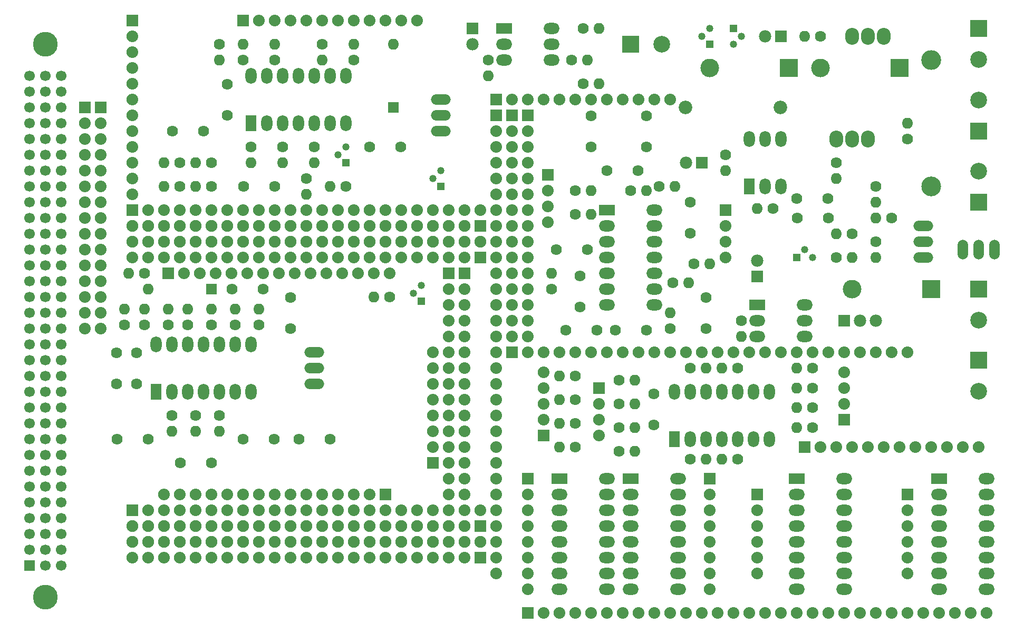
<source format=gbs>
G04 #@! TF.FileFunction,Soldermask,Bot*
%FSLAX46Y46*%
G04 Gerber Fmt 4.6, Leading zero omitted, Abs format (unit mm)*
G04 Created by KiCad (PCBNEW 4.0.6-e0-6349~53~ubuntu14.04.1) date Wed May 31 15:55:15 2017*
%MOMM*%
%LPD*%
G01*
G04 APERTURE LIST*
%ADD10C,0.100000*%
%ADD11C,1.780000*%
%ADD12O,1.780000X1.780000*%
%ADD13R,2.580000X1.780000*%
%ADD14O,2.580000X1.780000*%
%ADD15R,1.780000X2.580000*%
%ADD16O,1.780000X2.580000*%
%ADD17R,1.880000X1.880000*%
%ADD18O,1.880000X1.880000*%
%ADD19C,3.990000*%
%ADD20C,1.700000*%
%ADD21R,1.700000X1.700000*%
%ADD22R,1.907200X1.907200*%
%ADD23O,1.907200X1.907200*%
%ADD24R,2.980000X2.980000*%
%ADD25O,2.980000X2.980000*%
%ADD26C,1.180000*%
%ADD27R,1.180000X1.180000*%
%ADD28O,2.212000X2.720000*%
%ADD29R,1.980000X1.980000*%
%ADD30O,1.980000X1.980000*%
%ADD31C,3.180000*%
%ADD32O,3.180000X3.180000*%
%ADD33R,2.680000X2.680000*%
%ADD34C,2.680000*%
%ADD35O,3.190000X1.690000*%
%ADD36O,1.690000X3.190000*%
%ADD37C,2.178980*%
%ADD38R,1.780000X1.780000*%
%ADD39C,1.980000*%
G04 APERTURE END LIST*
D10*
D11*
X125095000Y-101600000D03*
D12*
X127635000Y-101600000D03*
D11*
X119253000Y-110744000D03*
X119253000Y-105744000D03*
X105156000Y-95504000D03*
X110156000Y-95504000D03*
D13*
X111760000Y-76200000D03*
D14*
X119380000Y-91440000D03*
X111760000Y-78740000D03*
X119380000Y-88900000D03*
X111760000Y-81280000D03*
X119380000Y-86360000D03*
X111760000Y-83820000D03*
X119380000Y-83820000D03*
X111760000Y-86360000D03*
X119380000Y-81280000D03*
X111760000Y-88900000D03*
X119380000Y-78740000D03*
X111760000Y-91440000D03*
X119380000Y-76200000D03*
D11*
X109220000Y-66040000D03*
X109220000Y-61040000D03*
X120142000Y-72390000D03*
D12*
X122682000Y-72390000D03*
D15*
X54610000Y-62230000D03*
D16*
X69850000Y-54610000D03*
X57150000Y-62230000D03*
X67310000Y-54610000D03*
X59690000Y-62230000D03*
X64770000Y-54610000D03*
X62230000Y-62230000D03*
X62230000Y-54610000D03*
X64770000Y-62230000D03*
X59690000Y-54610000D03*
X67310000Y-62230000D03*
X57150000Y-54610000D03*
X69850000Y-62230000D03*
X54610000Y-54610000D03*
D17*
X76200000Y-121920000D03*
D18*
X73660000Y-121920000D03*
X71120000Y-121920000D03*
X68580000Y-121920000D03*
X66040000Y-121920000D03*
X63500000Y-121920000D03*
X60960000Y-121920000D03*
X58420000Y-121920000D03*
X55880000Y-121920000D03*
X53340000Y-121920000D03*
X50800000Y-121920000D03*
X48260000Y-121920000D03*
X45720000Y-121920000D03*
X43180000Y-121920000D03*
X40640000Y-121920000D03*
D17*
X96520000Y-99060000D03*
D18*
X99060000Y-99060000D03*
X101600000Y-99060000D03*
X104140000Y-99060000D03*
X106680000Y-99060000D03*
X109220000Y-99060000D03*
X111760000Y-99060000D03*
X114300000Y-99060000D03*
X116840000Y-99060000D03*
X119380000Y-99060000D03*
X121920000Y-99060000D03*
X124460000Y-99060000D03*
X127000000Y-99060000D03*
X129540000Y-99060000D03*
X132080000Y-99060000D03*
X134620000Y-99060000D03*
X137160000Y-99060000D03*
X139700000Y-99060000D03*
X142240000Y-99060000D03*
X144780000Y-99060000D03*
X147320000Y-99060000D03*
X149860000Y-99060000D03*
X152400000Y-99060000D03*
X154940000Y-99060000D03*
X157480000Y-99060000D03*
X160020000Y-99060000D03*
D17*
X83820000Y-116840000D03*
D18*
X83820000Y-114300000D03*
X83820000Y-111760000D03*
X83820000Y-109220000D03*
X83820000Y-106680000D03*
X83820000Y-104140000D03*
X83820000Y-101600000D03*
X83820000Y-99060000D03*
D19*
X21590000Y-138430000D03*
X21590000Y-49530000D03*
D20*
X19050000Y-128270000D03*
X19050000Y-125730000D03*
X19050000Y-123190000D03*
X19050000Y-120650000D03*
X19050000Y-118110000D03*
X19050000Y-115570000D03*
X19050000Y-113030000D03*
X19050000Y-110490000D03*
X19050000Y-107950000D03*
X19050000Y-105410000D03*
X19050000Y-102870000D03*
X19050000Y-100330000D03*
X19050000Y-97790000D03*
X19050000Y-95250000D03*
X19050000Y-92710000D03*
X19050000Y-90170000D03*
X19050000Y-87630000D03*
X19050000Y-85090000D03*
X19050000Y-82550000D03*
X19050000Y-80010000D03*
X19050000Y-77470000D03*
X19050000Y-74930000D03*
X19050000Y-72390000D03*
X19050000Y-69850000D03*
X19050000Y-67310000D03*
X19050000Y-64770000D03*
X19050000Y-62230000D03*
X19050000Y-59690000D03*
X19050000Y-57150000D03*
X19050000Y-54610000D03*
X19050000Y-130810000D03*
D21*
X19050000Y-133350000D03*
D20*
X21590000Y-133350000D03*
X21590000Y-130810000D03*
X21590000Y-128270000D03*
X21590000Y-125730000D03*
X21590000Y-123190000D03*
X21590000Y-120650000D03*
X21590000Y-118110000D03*
X21590000Y-115570000D03*
X21590000Y-113030000D03*
X21590000Y-110490000D03*
X21590000Y-107950000D03*
X21590000Y-105410000D03*
X21590000Y-102870000D03*
X21590000Y-100330000D03*
X21590000Y-97790000D03*
X21590000Y-95250000D03*
X21590000Y-92710000D03*
X21590000Y-90170000D03*
X21590000Y-87630000D03*
X21590000Y-85090000D03*
X21590000Y-82550000D03*
X21590000Y-80010000D03*
X21590000Y-77470000D03*
X21590000Y-74930000D03*
X21590000Y-72390000D03*
X21590000Y-69850000D03*
X21590000Y-67310000D03*
X21590000Y-64770000D03*
X21590000Y-62230000D03*
X21590000Y-59690000D03*
X21590000Y-57150000D03*
X21590000Y-54610000D03*
X24130000Y-133350000D03*
X24130000Y-130810000D03*
X24130000Y-128270000D03*
X24130000Y-125730000D03*
X24130000Y-123190000D03*
X24130000Y-120650000D03*
X24130000Y-118110000D03*
X24130000Y-115570000D03*
X24130000Y-113030000D03*
X24130000Y-110490000D03*
X24130000Y-107950000D03*
X24130000Y-105410000D03*
X24130000Y-102870000D03*
X24130000Y-100330000D03*
X24130000Y-97790000D03*
X24130000Y-95250000D03*
X24130000Y-92710000D03*
X24130000Y-90170000D03*
X24130000Y-87630000D03*
X24130000Y-85090000D03*
X24130000Y-82550000D03*
X24130000Y-80010000D03*
X24130000Y-77470000D03*
X24130000Y-74930000D03*
X24130000Y-72390000D03*
X24130000Y-69850000D03*
X24130000Y-67310000D03*
X24130000Y-64770000D03*
X24130000Y-62230000D03*
X24130000Y-59690000D03*
X24130000Y-57150000D03*
X24130000Y-54610000D03*
D22*
X91440000Y-127000000D03*
D23*
X91440000Y-129540000D03*
X88900000Y-127000000D03*
X88900000Y-129540000D03*
X86360000Y-127000000D03*
X86360000Y-129540000D03*
X83820000Y-127000000D03*
X83820000Y-129540000D03*
X81280000Y-127000000D03*
X81280000Y-129540000D03*
X78740000Y-127000000D03*
X78740000Y-129540000D03*
X76200000Y-127000000D03*
X76200000Y-129540000D03*
X73660000Y-127000000D03*
X73660000Y-129540000D03*
X71120000Y-127000000D03*
X71120000Y-129540000D03*
X68580000Y-127000000D03*
X68580000Y-129540000D03*
X66040000Y-127000000D03*
X66040000Y-129540000D03*
X63500000Y-127000000D03*
X63500000Y-129540000D03*
X60960000Y-127000000D03*
X60960000Y-129540000D03*
X58420000Y-127000000D03*
X58420000Y-129540000D03*
X55880000Y-127000000D03*
X55880000Y-129540000D03*
X53340000Y-127000000D03*
X53340000Y-129540000D03*
X50800000Y-127000000D03*
X50800000Y-129540000D03*
X48260000Y-127000000D03*
X48260000Y-129540000D03*
X45720000Y-127000000D03*
X45720000Y-129540000D03*
X43180000Y-127000000D03*
X43180000Y-129540000D03*
X40640000Y-127000000D03*
X40640000Y-129540000D03*
X38100000Y-127000000D03*
X38100000Y-129540000D03*
X35560000Y-127000000D03*
X35560000Y-129540000D03*
D22*
X91440000Y-78740000D03*
D23*
X91440000Y-81280000D03*
X88900000Y-78740000D03*
X88900000Y-81280000D03*
X86360000Y-78740000D03*
X86360000Y-81280000D03*
X83820000Y-78740000D03*
X83820000Y-81280000D03*
X81280000Y-78740000D03*
X81280000Y-81280000D03*
X78740000Y-78740000D03*
X78740000Y-81280000D03*
X76200000Y-78740000D03*
X76200000Y-81280000D03*
X73660000Y-78740000D03*
X73660000Y-81280000D03*
X71120000Y-78740000D03*
X71120000Y-81280000D03*
X68580000Y-78740000D03*
X68580000Y-81280000D03*
X66040000Y-78740000D03*
X66040000Y-81280000D03*
X63500000Y-78740000D03*
X63500000Y-81280000D03*
X60960000Y-78740000D03*
X60960000Y-81280000D03*
X58420000Y-78740000D03*
X58420000Y-81280000D03*
X55880000Y-78740000D03*
X55880000Y-81280000D03*
X53340000Y-78740000D03*
X53340000Y-81280000D03*
X50800000Y-78740000D03*
X50800000Y-81280000D03*
X48260000Y-78740000D03*
X48260000Y-81280000D03*
X45720000Y-78740000D03*
X45720000Y-81280000D03*
X43180000Y-78740000D03*
X43180000Y-81280000D03*
X40640000Y-78740000D03*
X40640000Y-81280000D03*
X38100000Y-78740000D03*
X38100000Y-81280000D03*
X35560000Y-78740000D03*
X35560000Y-81280000D03*
D24*
X158750000Y-53340000D03*
D25*
X146050000Y-53340000D03*
D24*
X140970000Y-53340000D03*
D25*
X128270000Y-53340000D03*
D24*
X163830000Y-88900000D03*
D25*
X151130000Y-88900000D03*
D26*
X133350000Y-48260000D03*
X132080000Y-49530000D03*
D27*
X132080000Y-46990000D03*
D26*
X127000000Y-48260000D03*
X128270000Y-46990000D03*
D27*
X128270000Y-49530000D03*
D28*
X151130000Y-64770000D03*
X153670000Y-64770000D03*
X148590000Y-64770000D03*
X153670000Y-48260000D03*
X156210000Y-48260000D03*
X151130000Y-48260000D03*
D26*
X143510000Y-82550000D03*
X144780000Y-83820000D03*
D27*
X142240000Y-83820000D03*
D29*
X149860000Y-93980000D03*
D30*
X152400000Y-93980000D03*
X154940000Y-93980000D03*
D26*
X83820000Y-71120000D03*
X85090000Y-69850000D03*
D27*
X85090000Y-72390000D03*
D26*
X68580000Y-67310000D03*
X69850000Y-66040000D03*
D27*
X69850000Y-68580000D03*
D26*
X80645000Y-89535000D03*
X81915000Y-88265000D03*
D27*
X81915000Y-90805000D03*
D31*
X163830000Y-72390000D03*
D32*
X163830000Y-52090000D03*
D29*
X139700000Y-48260000D03*
D30*
X137160000Y-48260000D03*
D33*
X171450000Y-88900000D03*
D34*
X171450000Y-93900000D03*
D33*
X171450000Y-63500000D03*
D34*
X171450000Y-58500000D03*
D33*
X171450000Y-74930000D03*
D34*
X171450000Y-69930000D03*
D35*
X162560000Y-78740000D03*
X162560000Y-81280000D03*
X162560000Y-83820000D03*
D36*
X173990000Y-82550000D03*
X171450000Y-82550000D03*
X168910000Y-82550000D03*
D37*
X139580620Y-59690000D03*
X124340620Y-59690000D03*
D11*
X67310000Y-113030000D03*
X62310000Y-113030000D03*
X58420000Y-72390000D03*
X53420000Y-72390000D03*
X73660000Y-66040000D03*
X78660000Y-66040000D03*
X46990000Y-63500000D03*
X41990000Y-63500000D03*
X38100000Y-113030000D03*
X33100000Y-113030000D03*
X48260000Y-116840000D03*
X43260000Y-116840000D03*
X53340000Y-113030000D03*
X58340000Y-113030000D03*
X60960000Y-95250000D03*
X60960000Y-90250000D03*
D33*
X171450000Y-46990000D03*
D34*
X171450000Y-51990000D03*
D33*
X171450000Y-100330000D03*
D34*
X171450000Y-105330000D03*
D11*
X56515000Y-88900000D03*
X51515000Y-88900000D03*
X147320000Y-77470000D03*
X142320000Y-77470000D03*
X36195000Y-104140000D03*
X36195000Y-99140000D03*
X50800000Y-60960000D03*
X50800000Y-55960000D03*
D35*
X85090000Y-63500000D03*
X85090000Y-60960000D03*
X85090000Y-58420000D03*
X64770000Y-104140000D03*
X64770000Y-101600000D03*
X64770000Y-99060000D03*
D17*
X35560000Y-76200000D03*
D18*
X38100000Y-76200000D03*
X40640000Y-76200000D03*
X43180000Y-76200000D03*
X45720000Y-76200000D03*
X48260000Y-76200000D03*
X50800000Y-76200000D03*
X53340000Y-76200000D03*
X55880000Y-76200000D03*
X58420000Y-76200000D03*
X60960000Y-76200000D03*
X63500000Y-76200000D03*
X66040000Y-76200000D03*
X68580000Y-76200000D03*
X71120000Y-76200000D03*
X73660000Y-76200000D03*
X76200000Y-76200000D03*
X78740000Y-76200000D03*
X81280000Y-76200000D03*
X83820000Y-76200000D03*
X86360000Y-76200000D03*
X88900000Y-76200000D03*
X91440000Y-76200000D03*
D17*
X91440000Y-83820000D03*
D18*
X88900000Y-83820000D03*
X86360000Y-83820000D03*
X83820000Y-83820000D03*
X81280000Y-83820000D03*
X78740000Y-83820000D03*
X76200000Y-83820000D03*
X73660000Y-83820000D03*
X71120000Y-83820000D03*
X68580000Y-83820000D03*
X66040000Y-83820000D03*
X63500000Y-83820000D03*
X60960000Y-83820000D03*
X58420000Y-83820000D03*
X55880000Y-83820000D03*
X53340000Y-83820000D03*
X50800000Y-83820000D03*
X48260000Y-83820000D03*
X45720000Y-83820000D03*
X43180000Y-83820000D03*
X40640000Y-83820000D03*
X38100000Y-83820000D03*
X35560000Y-83820000D03*
D17*
X35560000Y-124460000D03*
D18*
X38100000Y-124460000D03*
X40640000Y-124460000D03*
X43180000Y-124460000D03*
X45720000Y-124460000D03*
X48260000Y-124460000D03*
X50800000Y-124460000D03*
X53340000Y-124460000D03*
X55880000Y-124460000D03*
X58420000Y-124460000D03*
X60960000Y-124460000D03*
X63500000Y-124460000D03*
X66040000Y-124460000D03*
X68580000Y-124460000D03*
X71120000Y-124460000D03*
X73660000Y-124460000D03*
X76200000Y-124460000D03*
X78740000Y-124460000D03*
X81280000Y-124460000D03*
X83820000Y-124460000D03*
X86360000Y-124460000D03*
X88900000Y-124460000D03*
X91440000Y-124460000D03*
D17*
X91440000Y-132080000D03*
D18*
X88900000Y-132080000D03*
X86360000Y-132080000D03*
X83820000Y-132080000D03*
X81280000Y-132080000D03*
X78740000Y-132080000D03*
X76200000Y-132080000D03*
X73660000Y-132080000D03*
X71120000Y-132080000D03*
X68580000Y-132080000D03*
X66040000Y-132080000D03*
X63500000Y-132080000D03*
X60960000Y-132080000D03*
X58420000Y-132080000D03*
X55880000Y-132080000D03*
X53340000Y-132080000D03*
X50800000Y-132080000D03*
X48260000Y-132080000D03*
X45720000Y-132080000D03*
X43180000Y-132080000D03*
X40640000Y-132080000D03*
X38100000Y-132080000D03*
X35560000Y-132080000D03*
D11*
X33020000Y-104140000D03*
X33020000Y-99140000D03*
D38*
X77470000Y-59690000D03*
D12*
X77470000Y-49530000D03*
D38*
X48260000Y-88900000D03*
D12*
X38100000Y-88900000D03*
D11*
X157480000Y-77470000D03*
D12*
X154940000Y-77470000D03*
D11*
X154940000Y-72390000D03*
D12*
X154940000Y-74930000D03*
D11*
X58420000Y-52070000D03*
D12*
X58420000Y-49530000D03*
D11*
X107950000Y-55880000D03*
D12*
X110490000Y-55880000D03*
D11*
X160020000Y-64770000D03*
D12*
X160020000Y-62230000D03*
D11*
X53340000Y-52070000D03*
D12*
X53340000Y-49530000D03*
D11*
X154940000Y-81280000D03*
D12*
X154940000Y-83820000D03*
D11*
X106045000Y-52070000D03*
D12*
X108585000Y-52070000D03*
D11*
X146050000Y-48260000D03*
D12*
X143510000Y-48260000D03*
D11*
X148590000Y-68580000D03*
D12*
X148590000Y-71120000D03*
D11*
X69850000Y-72390000D03*
D12*
X67310000Y-72390000D03*
D11*
X92710000Y-52070000D03*
D12*
X92710000Y-54610000D03*
D11*
X107950000Y-46990000D03*
D12*
X110490000Y-46990000D03*
D11*
X63500000Y-71120000D03*
D12*
X63500000Y-73660000D03*
D11*
X138430000Y-75946000D03*
D12*
X135890000Y-75946000D03*
D11*
X130810000Y-67310000D03*
D12*
X130810000Y-69850000D03*
D11*
X76835000Y-90170000D03*
D12*
X74295000Y-90170000D03*
D11*
X133350000Y-93980000D03*
D12*
X133350000Y-96520000D03*
D11*
X148590000Y-83820000D03*
D12*
X151130000Y-83820000D03*
D11*
X37465000Y-86360000D03*
D12*
X34925000Y-86360000D03*
D11*
X34290000Y-94615000D03*
D12*
X34290000Y-92075000D03*
D11*
X49530000Y-49530000D03*
D12*
X49530000Y-52070000D03*
D11*
X59690000Y-66040000D03*
D12*
X59690000Y-68580000D03*
D11*
X54610000Y-66040000D03*
D12*
X54610000Y-68580000D03*
D11*
X64770000Y-66040000D03*
D12*
X64770000Y-68580000D03*
D11*
X43180000Y-72390000D03*
D12*
X40640000Y-72390000D03*
D11*
X43180000Y-68580000D03*
D12*
X40640000Y-68580000D03*
D11*
X66040000Y-49530000D03*
D12*
X66040000Y-52070000D03*
D11*
X71120000Y-52070000D03*
D12*
X71120000Y-49530000D03*
D11*
X48260000Y-68580000D03*
D12*
X45720000Y-68580000D03*
D11*
X48260000Y-72390000D03*
D12*
X45720000Y-72390000D03*
D11*
X151130000Y-80010000D03*
D12*
X148590000Y-80010000D03*
D11*
X45720000Y-109220000D03*
D12*
X45720000Y-111760000D03*
D11*
X41910000Y-109220000D03*
D12*
X41910000Y-111760000D03*
D11*
X49530000Y-109220000D03*
D12*
X49530000Y-111760000D03*
D11*
X48260000Y-94615000D03*
D12*
X48260000Y-92075000D03*
D11*
X44450000Y-94615000D03*
D12*
X44450000Y-92075000D03*
D11*
X52070000Y-94615000D03*
D12*
X52070000Y-92075000D03*
D11*
X55880000Y-94615000D03*
D12*
X55880000Y-92075000D03*
D11*
X37465000Y-94615000D03*
D12*
X37465000Y-92075000D03*
D11*
X41275000Y-94615000D03*
D12*
X41275000Y-92075000D03*
D11*
X142240000Y-74295000D03*
X147240000Y-74295000D03*
D33*
X115570000Y-49530000D03*
D34*
X120570000Y-49530000D03*
D29*
X90170000Y-46990000D03*
D39*
X90170000Y-49530000D03*
D29*
X127000000Y-68580000D03*
D39*
X124460000Y-68580000D03*
D29*
X135890000Y-86868000D03*
D39*
X135890000Y-84328000D03*
D17*
X135890000Y-121920000D03*
D18*
X135890000Y-124460000D03*
X135890000Y-127000000D03*
X135890000Y-129540000D03*
X135890000Y-132080000D03*
X135890000Y-134620000D03*
D13*
X142240000Y-119380000D03*
D14*
X149860000Y-137160000D03*
X142240000Y-121920000D03*
X149860000Y-134620000D03*
X142240000Y-124460000D03*
X149860000Y-132080000D03*
X142240000Y-127000000D03*
X149860000Y-129540000D03*
X142240000Y-129540000D03*
X149860000Y-127000000D03*
X142240000Y-132080000D03*
X149860000Y-124460000D03*
X142240000Y-134620000D03*
X149860000Y-121920000D03*
X142240000Y-137160000D03*
X149860000Y-119380000D03*
D13*
X165100000Y-119380000D03*
D14*
X172720000Y-137160000D03*
X165100000Y-121920000D03*
X172720000Y-134620000D03*
X165100000Y-124460000D03*
X172720000Y-132080000D03*
X165100000Y-127000000D03*
X172720000Y-129540000D03*
X165100000Y-129540000D03*
X172720000Y-127000000D03*
X165100000Y-132080000D03*
X172720000Y-124460000D03*
X165100000Y-134620000D03*
X172720000Y-121920000D03*
X165100000Y-137160000D03*
X172720000Y-119380000D03*
D17*
X99060000Y-119380000D03*
D18*
X99060000Y-121920000D03*
X99060000Y-124460000D03*
X99060000Y-127000000D03*
X99060000Y-129540000D03*
X99060000Y-132080000D03*
X99060000Y-134620000D03*
X99060000Y-137160000D03*
D17*
X160020000Y-121920000D03*
D18*
X160020000Y-124460000D03*
X160020000Y-127000000D03*
X160020000Y-129540000D03*
X160020000Y-132080000D03*
X160020000Y-134620000D03*
D17*
X86360000Y-86360000D03*
D18*
X86360000Y-88900000D03*
X86360000Y-91440000D03*
X86360000Y-93980000D03*
X86360000Y-96520000D03*
X86360000Y-99060000D03*
X86360000Y-101600000D03*
X86360000Y-104140000D03*
X86360000Y-106680000D03*
X86360000Y-109220000D03*
X86360000Y-111760000D03*
X86360000Y-114300000D03*
X86360000Y-116840000D03*
X86360000Y-119380000D03*
X86360000Y-121920000D03*
D17*
X88900000Y-86360000D03*
D18*
X88900000Y-88900000D03*
X88900000Y-91440000D03*
X88900000Y-93980000D03*
X88900000Y-96520000D03*
X88900000Y-99060000D03*
X88900000Y-101600000D03*
X88900000Y-104140000D03*
X88900000Y-106680000D03*
X88900000Y-109220000D03*
X88900000Y-111760000D03*
X88900000Y-114300000D03*
X88900000Y-116840000D03*
X88900000Y-119380000D03*
X88900000Y-121920000D03*
D17*
X93980000Y-60960000D03*
D18*
X93980000Y-63500000D03*
X93980000Y-66040000D03*
X93980000Y-68580000D03*
X93980000Y-71120000D03*
X93980000Y-73660000D03*
X93980000Y-76200000D03*
X93980000Y-78740000D03*
X93980000Y-81280000D03*
X93980000Y-83820000D03*
X93980000Y-86360000D03*
X93980000Y-88900000D03*
X93980000Y-91440000D03*
X93980000Y-93980000D03*
X93980000Y-96520000D03*
X93980000Y-99060000D03*
X93980000Y-101600000D03*
X93980000Y-104140000D03*
X93980000Y-106680000D03*
X93980000Y-109220000D03*
X93980000Y-111760000D03*
X93980000Y-114300000D03*
X93980000Y-116840000D03*
X93980000Y-119380000D03*
X93980000Y-121920000D03*
X93980000Y-124460000D03*
X93980000Y-127000000D03*
X93980000Y-129540000D03*
X93980000Y-132080000D03*
X93980000Y-134620000D03*
D17*
X93980000Y-58420000D03*
D18*
X96520000Y-58420000D03*
X99060000Y-58420000D03*
X101600000Y-58420000D03*
X104140000Y-58420000D03*
X106680000Y-58420000D03*
X109220000Y-58420000D03*
X111760000Y-58420000D03*
X114300000Y-58420000D03*
X116840000Y-58420000D03*
X119380000Y-58420000D03*
X121920000Y-58420000D03*
D17*
X35560000Y-45720000D03*
D18*
X35560000Y-48260000D03*
X35560000Y-50800000D03*
X35560000Y-53340000D03*
X35560000Y-55880000D03*
X35560000Y-58420000D03*
X35560000Y-60960000D03*
X35560000Y-63500000D03*
X35560000Y-66040000D03*
X35560000Y-68580000D03*
X35560000Y-71120000D03*
X35560000Y-73660000D03*
D17*
X53340000Y-45720000D03*
D18*
X55880000Y-45720000D03*
X58420000Y-45720000D03*
X60960000Y-45720000D03*
X63500000Y-45720000D03*
X66040000Y-45720000D03*
X68580000Y-45720000D03*
X71120000Y-45720000D03*
X73660000Y-45720000D03*
X76200000Y-45720000D03*
X78740000Y-45720000D03*
X81280000Y-45720000D03*
D17*
X99060000Y-140970000D03*
D18*
X101600000Y-140970000D03*
X104140000Y-140970000D03*
X106680000Y-140970000D03*
X109220000Y-140970000D03*
X111760000Y-140970000D03*
X114300000Y-140970000D03*
X116840000Y-140970000D03*
X119380000Y-140970000D03*
X121920000Y-140970000D03*
X124460000Y-140970000D03*
X127000000Y-140970000D03*
X129540000Y-140970000D03*
X132080000Y-140970000D03*
X134620000Y-140970000D03*
X137160000Y-140970000D03*
X139700000Y-140970000D03*
X142240000Y-140970000D03*
X144780000Y-140970000D03*
X147320000Y-140970000D03*
X149860000Y-140970000D03*
X152400000Y-140970000D03*
X154940000Y-140970000D03*
X157480000Y-140970000D03*
X160020000Y-140970000D03*
X162560000Y-140970000D03*
X165100000Y-140970000D03*
X167640000Y-140970000D03*
X170180000Y-140970000D03*
X172720000Y-140970000D03*
D17*
X27940000Y-59690000D03*
D18*
X27940000Y-62230000D03*
X27940000Y-64770000D03*
X27940000Y-67310000D03*
X27940000Y-69850000D03*
X27940000Y-72390000D03*
X27940000Y-74930000D03*
X27940000Y-77470000D03*
X27940000Y-80010000D03*
X27940000Y-82550000D03*
X27940000Y-85090000D03*
X27940000Y-87630000D03*
X27940000Y-90170000D03*
X27940000Y-92710000D03*
X27940000Y-95250000D03*
D17*
X99060000Y-60960000D03*
D18*
X99060000Y-63500000D03*
X99060000Y-66040000D03*
X99060000Y-68580000D03*
X99060000Y-71120000D03*
X99060000Y-73660000D03*
X99060000Y-76200000D03*
X99060000Y-78740000D03*
X99060000Y-81280000D03*
X99060000Y-83820000D03*
X99060000Y-86360000D03*
X99060000Y-88900000D03*
X99060000Y-91440000D03*
X99060000Y-93980000D03*
X99060000Y-96520000D03*
D17*
X41275000Y-86360000D03*
D18*
X43815000Y-86360000D03*
X46355000Y-86360000D03*
X48895000Y-86360000D03*
X51435000Y-86360000D03*
X53975000Y-86360000D03*
X56515000Y-86360000D03*
X59055000Y-86360000D03*
X61595000Y-86360000D03*
X64135000Y-86360000D03*
X66675000Y-86360000D03*
X69215000Y-86360000D03*
X71755000Y-86360000D03*
X74295000Y-86360000D03*
X76835000Y-86360000D03*
D17*
X96520000Y-60960000D03*
D18*
X96520000Y-63500000D03*
X96520000Y-66040000D03*
X96520000Y-68580000D03*
X96520000Y-71120000D03*
X96520000Y-73660000D03*
X96520000Y-76200000D03*
X96520000Y-78740000D03*
X96520000Y-81280000D03*
X96520000Y-83820000D03*
X96520000Y-86360000D03*
X96520000Y-88900000D03*
X96520000Y-91440000D03*
X96520000Y-93980000D03*
X96520000Y-96520000D03*
D17*
X30480000Y-59690000D03*
D18*
X30480000Y-62230000D03*
X30480000Y-64770000D03*
X30480000Y-67310000D03*
X30480000Y-69850000D03*
X30480000Y-72390000D03*
X30480000Y-74930000D03*
X30480000Y-77470000D03*
X30480000Y-80010000D03*
X30480000Y-82550000D03*
X30480000Y-85090000D03*
X30480000Y-87630000D03*
X30480000Y-90170000D03*
X30480000Y-92710000D03*
X30480000Y-95250000D03*
D17*
X128270000Y-119380000D03*
D18*
X128270000Y-121920000D03*
X128270000Y-124460000D03*
X128270000Y-127000000D03*
X128270000Y-129540000D03*
X128270000Y-132080000D03*
X128270000Y-134620000D03*
X128270000Y-137160000D03*
D17*
X143510000Y-114300000D03*
D18*
X146050000Y-114300000D03*
X148590000Y-114300000D03*
X151130000Y-114300000D03*
X153670000Y-114300000D03*
X156210000Y-114300000D03*
X158750000Y-114300000D03*
X161290000Y-114300000D03*
X163830000Y-114300000D03*
X166370000Y-114300000D03*
X168910000Y-114300000D03*
X171450000Y-114300000D03*
D13*
X104140000Y-119380000D03*
D14*
X111760000Y-137160000D03*
X104140000Y-121920000D03*
X111760000Y-134620000D03*
X104140000Y-124460000D03*
X111760000Y-132080000D03*
X104140000Y-127000000D03*
X111760000Y-129540000D03*
X104140000Y-129540000D03*
X111760000Y-127000000D03*
X104140000Y-132080000D03*
X111760000Y-124460000D03*
X104140000Y-134620000D03*
X111760000Y-121920000D03*
X104140000Y-137160000D03*
X111760000Y-119380000D03*
D13*
X115570000Y-119380000D03*
D14*
X123190000Y-137160000D03*
X115570000Y-121920000D03*
X123190000Y-134620000D03*
X115570000Y-124460000D03*
X123190000Y-132080000D03*
X115570000Y-127000000D03*
X123190000Y-129540000D03*
X115570000Y-129540000D03*
X123190000Y-127000000D03*
X115570000Y-132080000D03*
X123190000Y-124460000D03*
X115570000Y-134620000D03*
X123190000Y-121920000D03*
X115570000Y-137160000D03*
X123190000Y-119380000D03*
D13*
X95250000Y-46990000D03*
D14*
X102870000Y-52070000D03*
X95250000Y-49530000D03*
X102870000Y-49530000D03*
X95250000Y-52070000D03*
X102870000Y-46990000D03*
D15*
X134620000Y-72390000D03*
D16*
X139700000Y-64770000D03*
X137160000Y-72390000D03*
X137160000Y-64770000D03*
X139700000Y-72390000D03*
X134620000Y-64770000D03*
D13*
X135890000Y-91440000D03*
D14*
X143510000Y-96520000D03*
X135890000Y-93980000D03*
X143510000Y-93980000D03*
X135890000Y-96520000D03*
X143510000Y-91440000D03*
D15*
X39370000Y-105410000D03*
D16*
X54610000Y-97790000D03*
X41910000Y-105410000D03*
X52070000Y-97790000D03*
X44450000Y-105410000D03*
X49530000Y-97790000D03*
X46990000Y-105410000D03*
X46990000Y-97790000D03*
X49530000Y-105410000D03*
X44450000Y-97790000D03*
X52070000Y-105410000D03*
X41910000Y-97790000D03*
X54610000Y-105410000D03*
X39370000Y-97790000D03*
D11*
X108585000Y-82550000D03*
X103585000Y-82550000D03*
X118110000Y-66040000D03*
X118110000Y-61040000D03*
X107442000Y-86741000D03*
X107442000Y-91741000D03*
D17*
X102235000Y-70485000D03*
D18*
X102235000Y-73025000D03*
X102235000Y-75565000D03*
X102235000Y-78105000D03*
D17*
X130810000Y-76200000D03*
D18*
X130810000Y-78740000D03*
X130810000Y-81280000D03*
X130810000Y-83820000D03*
D11*
X106680000Y-73025000D03*
D12*
X109220000Y-73025000D03*
D11*
X106680000Y-76835000D03*
D12*
X109220000Y-76835000D03*
D11*
X115570000Y-73025000D03*
D12*
X118110000Y-73025000D03*
D11*
X102870000Y-88900000D03*
D12*
X102870000Y-86360000D03*
D11*
X127635000Y-95250000D03*
X127635000Y-90250000D03*
X118110000Y-95504000D03*
X113110000Y-95504000D03*
X121920000Y-95250000D03*
D12*
X121920000Y-92710000D03*
D11*
X122301000Y-87884000D03*
D12*
X124841000Y-87884000D03*
D11*
X125095000Y-79883000D03*
X125095000Y-74883000D03*
X125730000Y-84836000D03*
D12*
X128270000Y-84836000D03*
D17*
X110490000Y-104775000D03*
D18*
X110490000Y-107315000D03*
X110490000Y-109855000D03*
X110490000Y-112395000D03*
D17*
X149860000Y-109855000D03*
D18*
X149860000Y-107315000D03*
X149860000Y-104775000D03*
X149860000Y-102235000D03*
D11*
X125095000Y-116205000D03*
D12*
X127635000Y-116205000D03*
D11*
X106680000Y-114300000D03*
D12*
X104140000Y-114300000D03*
D11*
X113665000Y-103505000D03*
D12*
X116205000Y-103505000D03*
D11*
X144780000Y-111125000D03*
D12*
X142240000Y-111125000D03*
D15*
X122555000Y-113030000D03*
D16*
X137795000Y-105410000D03*
X125095000Y-113030000D03*
X135255000Y-105410000D03*
X127635000Y-113030000D03*
X132715000Y-105410000D03*
X130175000Y-113030000D03*
X130175000Y-105410000D03*
X132715000Y-113030000D03*
X127635000Y-105410000D03*
X135255000Y-113030000D03*
X125095000Y-105410000D03*
X137795000Y-113030000D03*
X122555000Y-105410000D03*
D11*
X111760000Y-69850000D03*
X116760000Y-69850000D03*
X132715000Y-116205000D03*
D12*
X130175000Y-116205000D03*
D11*
X106680000Y-110490000D03*
D12*
X104140000Y-110490000D03*
D11*
X113665000Y-107315000D03*
D12*
X116205000Y-107315000D03*
D11*
X144780000Y-107950000D03*
D12*
X142240000Y-107950000D03*
D11*
X132715000Y-101600000D03*
D12*
X130175000Y-101600000D03*
D11*
X106680000Y-106680000D03*
D12*
X104140000Y-106680000D03*
D11*
X113665000Y-111125000D03*
D12*
X116205000Y-111125000D03*
D11*
X144780000Y-104775000D03*
D12*
X142240000Y-104775000D03*
D11*
X106680000Y-102870000D03*
D12*
X104140000Y-102870000D03*
D11*
X113665000Y-114935000D03*
D12*
X116205000Y-114935000D03*
D11*
X144780000Y-101600000D03*
D12*
X142240000Y-101600000D03*
D17*
X101600000Y-112395000D03*
D18*
X101600000Y-109855000D03*
X101600000Y-107315000D03*
X101600000Y-104775000D03*
X101600000Y-102235000D03*
M02*

</source>
